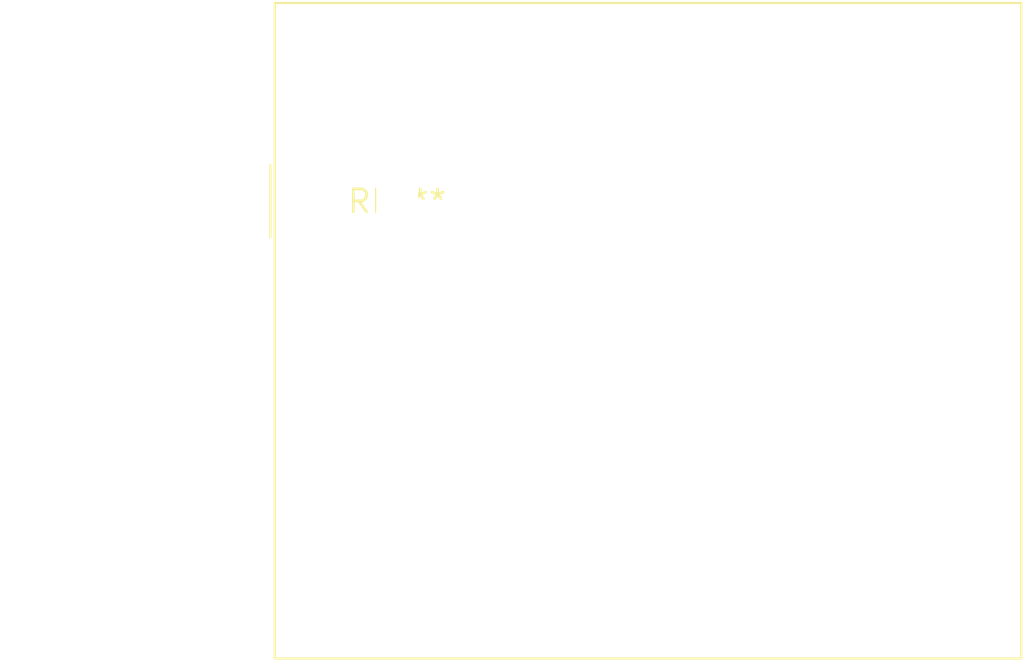
<source format=kicad_pcb>
(kicad_pcb (version 20240108) (generator pcbnew)
  (layers (0 "F.Cu" signal) (31 "B.Cu" signal) (34 "B.Paste" user) (35 "F.Paste" user) (36 "B.SilkS" user "B.Silkscreen") (37 "F.SilkS" user "F.Silkscreen") (38 "B.Mask" user) (39 "F.Mask" user) (44 "Edge.Cuts" user))
  (net 0 "")
  (footprint "L_Wurth_WE-HCFT-3540_LeadDiameter1.3mm" (layer "F.Cu") (at 0 0)
    (property "Reference" "REF**")
    (property "Value" "L_Wurth_WE-HCFT-3540_LeadDiameter1.3mm")
    (fp_line (start -7 2) (end -7 -2) (layer "F.SilkS") (stroke (width 0.12)))
    (fp_rect (start -6.76 -10.96) (end 34.46 25.26) (layer "F.SilkS") (stroke (width 0.12)) (fill none))
    (pad "" thru_hole circle (at 0 14.3) (size 3.75 3.75) (drill 2.5) (layers *.Cu *.Mask) (remove_unused_layers))
    (pad "" thru_hole circle (at 27.7 0) (size 3.75 3.75) (drill 2.5) (layers *.Cu *.Mask) (remove_unused_layers))
    (pad "1" thru_hole rect (at 0 0) (size 3.45 10) (drill oval 2.3 8) (layers *.Cu *.Mask) (remove_unused_layers))
    (pad "2" thru_hole oval (at 27.7 14.3) (size 3.45 10) (drill oval 2.3 8) (layers *.Cu *.Mask) (remove_unused_layers))
  )
)
</source>
